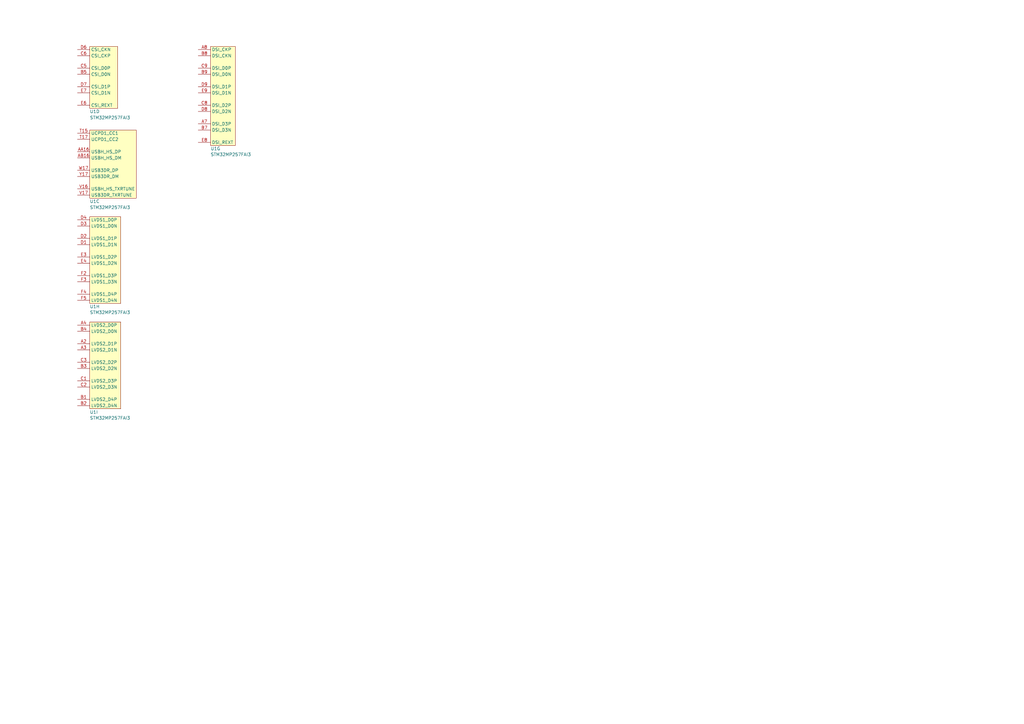
<source format=kicad_sch>
(kicad_sch (version 20231120) (generator "eeschema") (generator_version "8.0")
  (paper "A3")
  (title_block (title "AYRTON Main Board") (date "2024-11-21") (rev "0.1") (company "Antikernel Labs") (comment 1 "Andrew D. Zonenberg"))
  (lib_symbols
    (symbol "st-azonenberg:STM32MP257FAI3"
      (property "Reference" "U" (at 0 -1.016 0))
      (property "Value" "STM32MP257FAI3" (at 0 -3.048 0))
      (symbol "STM32MP257FAI3_1_1"
        (pin input line (at -5.08 16.51 0) (length 5.08) (name "OSC32_IN") (number "R1"))
        (pin output line (at -5.08 13.97 0) (length 5.08) (name "OSC32_OUT") (number "R2"))
        (pin no_connect line (at -5.08 1.27 0) (length 5.08) (name "DNU") (number "U16"))
        (pin output line (at -5.08 6.35 0) (length 5.08) (name "OSC_OUT") (number "V2"))
        (pin input line (at -5.08 8.89 0) (length 5.08) (name "OSC_IN") (number "V3"))
        (pin input line (at -5.08 24.13 0) (length 5.08) (name "ANA0") (number "V5"))
        (pin input line (at -5.08 21.59 0) (length 5.08) (name "ANA1") (number "V6"))
        (pin power_in line (at -5.08 29.21 0) (length 5.08) (name "VREF-") (number "W5"))
        (pin power_in line (at -5.08 31.75 0) (length 5.08) (name "VREF+") (number "Y5"))
      )
      (symbol "STM32MP257FAI3_2_1"
        (pin input line (at -5.08 8.89 0) (length 5.08) (name "JTCK") (number "AA1"))
        (pin input line (at -5.08 11.43 0) (length 5.08) (name "NJTRST") (number "AA2"))
        (pin input line (at -5.08 6.35 0) (length 5.08) (name "JTDI") (number "AB2"))
        (pin input line (at -5.08 21.59 0) (length 5.08) (name "BOOT1") (number "R3"))
        (pin input line (at -5.08 24.13 0) (length 5.08) (name "BOOT0") (number "R4"))
        (pin input line (at -5.08 16.51 0) (length 5.08) (name "BOOT3") (number "T1"))
        (pin input line (at -5.08 19.05 0) (length 5.08) (name "BOOT2") (number "T2"))
        (pin output line (at 30.48 31.75 180) (length 5.08) (name "NRSTC1MS") (number "T3"))
        (pin output line (at 30.48 21.59 180) (length 5.08) (name "PWR_ON") (number "T5"))
        (pin output line (at 30.48 26.67 180) (length 5.08) (name "PWR_CPU_ON") (number "T6"))
        (pin input line (at -5.08 29.21 0) (length 5.08) (name "PDR_ON") (number "T7"))
        (pin bidirectional line (at -5.08 31.75 0) (length 5.08) (name "NRST") (number "U3"))
        (pin output line (at 30.48 24.13 180) (length 5.08) (name "PWR_LP") (number "U4"))
        (pin output line (at -5.08 3.81 0) (length 5.08) (name "JTDO") (number "W1"))
        (pin input line (at -5.08 1.27 0) (length 5.08) (name "JTMS") (number "Y1"))
      )
      (symbol "STM32MP257FAI3_3_1"
        (pin bidirectional line (at -5.08 19.05 0) (length 5.08) (name "USBH_HS_DP") (number "AA16"))
        (pin bidirectional line (at -5.08 16.51 0) (length 5.08) (name "USBH_HS_DM") (number "AB16"))
        (pin bidirectional line (at -5.08 26.67 0) (length 5.08) (name "UCPD1_CC1") (number "T15"))
        (pin bidirectional line (at -5.08 24.13 0) (length 5.08) (name "UCPD1_CC2") (number "T17"))
        (pin input line (at -5.08 3.81 0) (length 5.08) (name "USBH_HS_TXRTUNE") (number "V16"))
        (pin input line (at -5.08 1.27 0) (length 5.08) (name "USB3DR_TXRTUNE") (number "V17"))
        (pin bidirectional line (at -5.08 11.43 0) (length 5.08) (name "USB3DR_DP") (number "W17"))
        (pin bidirectional line (at -5.08 8.89 0) (length 5.08) (name "USB3DR_DM") (number "Y17"))
      )
      (symbol "STM32MP257FAI3_4_1"
        (pin input line (at -5.08 13.97 0) (length 5.08) (name "CSI_D0N") (number "B5"))
        (pin input line (at -5.08 16.51 0) (length 5.08) (name "CSI_D0P") (number "C5"))
        (pin input line (at -5.08 21.59 0) (length 5.08) (name "CSI_CKP") (number "C6"))
        (pin input line (at -5.08 24.13 0) (length 5.08) (name "CSI_CKN") (number "D6"))
        (pin input line (at -5.08 8.89 0) (length 5.08) (name "CSI_D1P") (number "D7"))
        (pin input line (at -5.08 1.27 0) (length 5.08) (name "CSI_REXT") (number "E6"))
        (pin input line (at -5.08 6.35 0) (length 5.08) (name "CSI_D1N") (number "E7"))
      )
      (symbol "STM32MP257FAI3_5_1"
        (pin output line (at -5.08 26.67 0) (length 5.08) (name "DDR_A20") (number "G18"))
        (pin output line (at -5.08 21.59 0) (length 5.08) (name "DDR_A22") (number "H17"))
        (pin output line (at -5.08 34.29 0) (length 5.08) (name "DDR_A17") (number "H18"))
        (pin output line (at -5.08 31.75 0) (length 5.08) (name "DDR_A18") (number "H19"))
        (pin output line (at -5.08 19.05 0) (length 5.08) (name "DDR_A23") (number "J17"))
        (pin output line (at -5.08 36.83 0) (length 5.08) (name "DDR_A16") (number "J18"))
        (pin output line (at -5.08 24.13 0) (length 5.08) (name "DDR_A21") (number "J19"))
        (pin output line (at -5.08 29.21 0) (length 5.08) (name "DDR_A19") (number "K17"))
        (pin output line (at -5.08 44.45 0) (length 5.08) (name "DDR_A13") (number "K18"))
        (pin output line (at -5.08 46.99 0) (length 5.08) (name "DDR_A12") (number "K19"))
        (pin output line (at -5.08 39.37 0) (length 5.08) (name "DDR_A15") (number "L17"))
        (pin output line (at -5.08 41.91 0) (length 5.08) (name "DDR_A14") (number "L18"))
        (pin output line (at -5.08 77.47 0) (length 5.08) (name "DDR_A0") (number "M16"))
        (pin output line (at -5.08 69.85 0) (length 5.08) (name "DDR_A3") (number "M17"))
        (pin output line (at -5.08 8.89 0) (length 5.08) (name "DDR_A28") (number "M18"))
        (pin output line (at -5.08 64.77 0) (length 5.08) (name "DDR_A5") (number "M19"))
        (pin output line (at -5.08 72.39 0) (length 5.08) (name "DDR_A2") (number "N16"))
        (pin output line (at -5.08 49.53 0) (length 5.08) (name "DDR_A11") (number "N17"))
        (pin output line (at -5.08 52.07 0) (length 5.08) (name "DDR_A10") (number "N18"))
        (pin output line (at -5.08 67.31 0) (length 5.08) (name "DDR_A4") (number "N19"))
        (pin output line (at -5.08 1.27 0) (length 5.08) (name "DDR_A31") (number "P16"))
        (pin output line (at -5.08 3.81 0) (length 5.08) (name "DDR_A30") (number "P17"))
        (pin output line (at -5.08 54.61 0) (length 5.08) (name "DDR_A9") (number "P18"))
        (pin output line (at -5.08 57.15 0) (length 5.08) (name "DDR_A8") (number "P19"))
        (pin output line (at -5.08 16.51 0) (length 5.08) (name "DDR_A25") (number "R17"))
        (pin output line (at -5.08 11.43 0) (length 5.08) (name "DDR_A27") (number "R18"))
        (pin output line (at -5.08 13.97 0) (length 5.08) (name "DDR_A26") (number "R19"))
        (pin output line (at -5.08 62.23 0) (length 5.08) (name "DDR_A6") (number "T18"))
        (pin output line (at -5.08 6.35 0) (length 5.08) (name "DDR_A29") (number "T19"))
        (pin output line (at -5.08 74.93 0) (length 5.08) (name "DDR_A1") (number "U18"))
        (pin output line (at -5.08 59.69 0) (length 5.08) (name "DDR_A7") (number "U19"))
      )
      (symbol "STM32MP257FAI3_6_1"
        (pin bidirectional line (at 34.29 72.39 180) (length 5.08) (name "DDR_DQ3") (number "AA22"))
        (pin bidirectional line (at 34.29 31.75 180) (length 5.08) (name "DDR_DQ19") (number "B22"))
        (pin bidirectional line (at 34.29 34.29 180) (length 5.08) (name "DDR_DQ18") (number "C21"))
        (pin bidirectional line (at 34.29 36.83 180) (length 5.08) (name "DDR_DQ17") (number "C22"))
        (pin bidirectional line (at 34.29 39.37 180) (length 5.08) (name "DDR_DQ16") (number "D20"))
        (pin bidirectional line (at -5.08 52.07 0) (length 5.08) (name "DDR_DQS2_P") (number "D21"))
        (pin bidirectional line (at -5.08 49.53 0) (length 5.08) (name "DDR_DQS2_N") (number "D22"))
        (pin bidirectional line (at 34.29 24.13 180) (length 5.08) (name "DDR_DQ22") (number "E19"))
        (pin bidirectional line (at 34.29 21.59 180) (length 5.08) (name "DDR_DQ23") (number "E20"))
        (pin output line (at -5.08 74.93 0) (length 5.08) (name "DDR_DQM2") (number "E21"))
        (pin output line (at -5.08 29.21 0) (length 5.08) (name "DDR_RESETN") (number "F18"))
        (pin bidirectional line (at 34.29 26.67 180) (length 5.08) (name "DDR_DQ21") (number "F19"))
        (pin bidirectional line (at 34.29 29.21 180) (length 5.08) (name "DDR_DQ20") (number "F20"))
        (pin bidirectional line (at 34.29 19.05 180) (length 5.08) (name "DDR_DQ24") (number "G19"))
        (pin bidirectional line (at 34.29 11.43 180) (length 5.08) (name "DDR_DQ27") (number "G20"))
        (pin bidirectional line (at 34.29 13.97 180) (length 5.08) (name "DDR_DQ26") (number "G21"))
        (pin bidirectional line (at 34.29 16.51 180) (length 5.08) (name "DDR_DQ25") (number "G22"))
        (pin output line (at -5.08 72.39 0) (length 5.08) (name "DDR_DQM3") (number "H20"))
        (pin bidirectional line (at -5.08 41.91 0) (length 5.08) (name "DDR_DQS3_N") (number "H21"))
        (pin bidirectional line (at -5.08 44.45 0) (length 5.08) (name "DDR_DQS3_P") (number "H22"))
        (pin bidirectional line (at 34.29 6.35 180) (length 5.08) (name "DDR_DQ29") (number "J20"))
        (pin bidirectional line (at 34.29 8.89 180) (length 5.08) (name "DDQ_DQ28") (number "J21"))
        (pin input line (at -5.08 34.29 0) (length 5.08) (name "DDR_ZQ") (number "K16"))
        (pin bidirectional line (at 34.29 3.81 180) (length 5.08) (name "DDR_DQ30") (number "K20"))
        (pin bidirectional line (at 34.29 1.27 180) (length 5.08) (name "DDR_DQ31") (number "L19"))
        (pin input line (at -5.08 36.83 0) (length 5.08) (name "DDR_VREF") (number "L20"))
        (pin bidirectional line (at 34.29 54.61 180) (length 5.08) (name "DDR_DQ10") (number "L21"))
        (pin bidirectional line (at 34.29 52.07 180) (length 5.08) (name "DDR_DQ11") (number "L22"))
        (pin bidirectional line (at 34.29 59.69 180) (length 5.08) (name "DDR_DQ8") (number "M21"))
        (pin bidirectional line (at 34.29 57.15 180) (length 5.08) (name "DDR_DQ9") (number "M22"))
        (pin bidirectional line (at -5.08 59.69 0) (length 5.08) (name "DDR_DQS1_P") (number "N20"))
        (pin bidirectional line (at -5.08 57.15 0) (length 5.08) (name "DDR_DQS1_N") (number "N21"))
        (pin output line (at -5.08 77.47 0) (length 5.08) (name "DDR_DQM1") (number "P20"))
        (pin bidirectional line (at 34.29 46.99 180) (length 5.08) (name "DDR_DQ13") (number "R20"))
        (pin bidirectional line (at 34.29 44.45 180) (length 5.08) (name "DDR_DQ14") (number "R21"))
        (pin bidirectional line (at 34.29 41.91 180) (length 5.08) (name "DDR_DQ15") (number "R22"))
        (pin bidirectional line (at 34.29 67.31 180) (length 5.08) (name "DDR_DQ5") (number "T20"))
        (pin bidirectional line (at 34.29 69.85 180) (length 5.08) (name "DDR_DQ4") (number "T21"))
        (pin bidirectional line (at 34.29 49.53 180) (length 5.08) (name "DDR_DQ12") (number "T22"))
        (pin bidirectional line (at 34.29 62.23 180) (length 5.08) (name "DDR_DQ7") (number "U20"))
        (pin bidirectional line (at 34.29 64.77 180) (length 5.08) (name "DDR_DQ6") (number "U21"))
        (pin bidirectional line (at -5.08 67.31 0) (length 5.08) (name "DDR_DQS0_P") (number "V20"))
        (pin bidirectional line (at -5.08 64.77 0) (length 5.08) (name "DDR_DQS0_N") (number "W20"))
        (pin output line (at -5.08 80.01 0) (length 5.08) (name "DDR_DQM0") (number "W21"))
        (pin bidirectional line (at 34.29 80.01 180) (length 5.08) (name "DDR_DQ0") (number "W22"))
        (pin bidirectional line (at 34.29 77.47 180) (length 5.08) (name "DDR_DQ1") (number "Y21"))
        (pin bidirectional line (at 34.29 74.93 180) (length 5.08) (name "DDR_DQ2") (number "Y22"))
      )
      (symbol "STM32MP257FAI3_7_1"
        (pin output line (at -5.08 8.89 0) (length 5.08) (name "DSI_D3P") (number "A7"))
        (pin output line (at -5.08 39.37 0) (length 5.08) (name "DSI_CKP") (number "A8"))
        (pin output line (at -5.08 6.35 0) (length 5.08) (name "DSI_D3N") (number "B7"))
        (pin output line (at -5.08 36.83 0) (length 5.08) (name "DSI_CKN") (number "B8"))
        (pin output line (at -5.08 29.21 0) (length 5.08) (name "DSI_D0N") (number "B9"))
        (pin output line (at -5.08 16.51 0) (length 5.08) (name "DSI_D2P") (number "C8"))
        (pin output line (at -5.08 31.75 0) (length 5.08) (name "DSI_D0P") (number "C9"))
        (pin output line (at -5.08 13.97 0) (length 5.08) (name "DSI_D2N") (number "D8"))
        (pin output line (at -5.08 24.13 0) (length 5.08) (name "DSI_D1P") (number "D9"))
        (pin input line (at -5.08 1.27 0) (length 5.08) (name "DSI_REXT") (number "E8"))
        (pin output line (at -5.08 21.59 0) (length 5.08) (name "DSI_D1N") (number "E9"))
      )
      (symbol "STM32MP257FAI3_8_1"
        (pin output line (at -5.08 24.13 0) (length 5.08) (name "LVDS1_D1N") (number "D1"))
        (pin output line (at -5.08 26.67 0) (length 5.08) (name "LVDS1_D1P") (number "D2"))
        (pin output line (at -5.08 31.75 0) (length 5.08) (name "LVDS1_D0N") (number "D3"))
        (pin output line (at -5.08 34.29 0) (length 5.08) (name "LVDS1_D0P") (number "D4"))
        (pin output line (at -5.08 19.05 0) (length 5.08) (name "LVDS1_D2P") (number "E3"))
        (pin output line (at -5.08 16.51 0) (length 5.08) (name "LVDS1_D2N") (number "E4"))
        (pin output line (at -5.08 11.43 0) (length 5.08) (name "LVDS1_D3P") (number "F2"))
        (pin output line (at -5.08 8.89 0) (length 5.08) (name "LVDS1_D3N") (number "F3"))
        (pin output line (at -5.08 3.81 0) (length 5.08) (name "LVDS1_D4P") (number "F4"))
        (pin output line (at -5.08 1.27 0) (length 5.08) (name "LVDS1_D4N") (number "F5"))
      )
      (symbol "STM32MP257FAI3_9_1"
        (pin output line (at -5.08 26.67 0) (length 5.08) (name "LVDS2_D1P") (number "A2"))
        (pin output line (at -5.08 24.13 0) (length 5.08) (name "LVDS2_D1N") (number "A3"))
        (pin output line (at -5.08 34.29 0) (length 5.08) (name "LVDS2_D0P") (number "A4"))
        (pin output line (at -5.08 3.81 0) (length 5.08) (name "LVDS2_D4P") (number "B1"))
        (pin output line (at -5.08 1.27 0) (length 5.08) (name "LVDS2_D4N") (number "B2"))
        (pin output line (at -5.08 16.51 0) (length 5.08) (name "LVDS2_D2N") (number "B3"))
        (pin output line (at -5.08 31.75 0) (length 5.08) (name "LVDS2_D0N") (number "B4"))
        (pin output line (at -5.08 11.43 0) (length 5.08) (name "LVDS2_D3P") (number "C1"))
        (pin output line (at -5.08 8.89 0) (length 5.08) (name "LVDS2_D3N") (number "C2"))
        (pin output line (at -5.08 19.05 0) (length 5.08) (name "LVDS2_D2P") (number "C3"))
      )
      (symbol "STM32MP257FAI3_10_1"
        (pin input line (at -5.08 29.21 0) (length 5.08) (name "PCIE_CLKINN") (number "AA18"))
        (pin output line (at -5.08 3.81 0) (length 5.08) (name "COMBOPHY_TX1P") (number "AA19"))
        (pin input line (at -5.08 11.43 0) (length 5.08) (name "COMBOPHY_RX1P") (number "AA20"))
        (pin output line (at -5.08 24.13 0) (length 5.08) (name "PCIE_CLKOUTP") (number "AA21"))
        (pin output line (at -5.08 1.27 0) (length 5.08) (name "COMBOPHY_TX1N") (number "AB19"))
        (pin input line (at -5.08 8.89 0) (length 5.08) (name "COMBOPHY_RX1N") (number "AB20"))
        (pin output line (at -5.08 21.59 0) (length 5.08) (name "PCIE_CLKOUTN") (number "AB21"))
        (pin input line (at -5.08 31.75 0) (length 5.08) (name "PCIE_CLKINP") (number "Y18"))
        (pin passive line (at -5.08 16.51 0) (length 5.08) (name "COMBOPHY_REXT") (number "Y20"))
      )
      (symbol "STM32MP257FAI3_11_1"
        (pin bidirectional line (at -5.08 1.27 0) (length 5.08) (name "PA15") (number "T10") (alternate "ETH1_RGMII_TXD0" bidirectional line))
        (pin bidirectional line (at -5.08 16.51 0) (length 5.08) (name "PA9") (number "T12") (alternate "ETH1_MDC" bidirectional line))
        (pin bidirectional line (at -5.08 31.75 0) (length 5.08) (name "PA3") (number "T14"))
        (pin bidirectional line (at -5.08 3.81 0) (length 5.08) (name "PA14") (number "U10") (alternate "ETH1_RGMII_RX_CLK" bidirectional line))
        (pin bidirectional line (at -5.08 8.89 0) (length 5.08) (name "PA12") (number "U12") (alternate "ETH1_PHY_INTN" bidirectional line))
        (pin bidirectional line (at -5.08 13.97 0) (length 5.08) (name "PA10") (number "U13") (alternate "ETH1_MDIO" bidirectional line))
        (pin bidirectional line (at -5.08 24.13 0) (length 5.08) (name "PA6") (number "V14") (alternate "FMC_NE1" bidirectional line))
        (pin bidirectional line (at -5.08 36.83 0) (length 5.08) (name "PA1") (number "V15"))
        (pin bidirectional line (at -5.08 11.43 0) (length 5.08) (name "PA11") (number "W12") (alternate "ETH1_RGMII_RX_CTL" bidirectional line))
        (pin bidirectional line (at -5.08 34.29 0) (length 5.08) (name "PA2") (number "W13"))
        (pin bidirectional line (at -5.08 19.05 0) (length 5.08) (name "PA8") (number "W15"))
        (pin bidirectional line (at -5.08 6.35 0) (length 5.08) (name "PA13") (number "Y12"))
        (pin bidirectional line (at -5.08 26.67 0) (length 5.08) (name "PA5") (number "Y13"))
        (pin bidirectional line (at -5.08 21.59 0) (length 5.08) (name "PA7") (number "Y14"))
        (pin bidirectional line (at -5.08 29.21 0) (length 5.08) (name "PA4") (number "Y15"))
        (pin bidirectional line (at -5.08 39.37 0) (length 5.08) (name "PA0") (number "Y2") (alternate "FMC_NL" bidirectional line))
      )
      (symbol "STM32MP257FAI3_12_1"
        (text "VDDIO4" (at 21.59 25.654 900) (effects (font (size 1.27 1.27))))
        (pin bidirectional line (at -5.08 13.97 0) (length 5.08) (name "PB10") (number "A11") (alternate "FMC_AD15" bidirectional line))
        (pin bidirectional line (at -5.08 16.51 0) (length 5.08) (name "PB9") (number "A12") (alternate "FMC_AD13" bidirectional line))
        (pin bidirectional line (at -5.08 1.27 0) (length 5.08) (name "PB15") (number "AB4") (alternate "FMC_A18" bidirectional line))
        (pin bidirectional line (at -5.08 26.67 0) (length 5.08) (name "PB5") (number "B11") (alternate "FMC_AD8" bidirectional line))
        (pin bidirectional line (at -5.08 11.43 0) (length 5.08) (name "PB11") (number "B12") (alternate "FMC_AD14" bidirectional line))
        (pin bidirectional line (at -5.08 8.89 0) (length 5.08) (name "PB12") (number "B20") (alternate "FMC_NWAIT" bidirectional line))
        (pin bidirectional line (at -5.08 34.29 0) (length 5.08) (name "PB2") (number "C10"))
        (pin bidirectional line (at -5.08 39.37 0) (length 5.08) (name "PB0") (number "C11"))
        (pin bidirectional line (at -5.08 24.13 0) (length 5.08) (name "PB6") (number "C12") (alternate "FMC_AD9" bidirectional line))
        (pin bidirectional line (at -5.08 3.81 0) (length 5.08) (name "PB14") (number "C20") (alternate "FMC_AD2" bidirectional line) (alternate "FMC_AD7" bidirectional line))
        (pin bidirectional line (at -5.08 29.21 0) (length 5.08) (name "PB4") (number "D10"))
        (pin bidirectional line (at -5.08 36.83 0) (length 5.08) (name "PB1") (number "D11"))
        (pin bidirectional line (at -5.08 21.59 0) (length 5.08) (name "PB7") (number "D12") (alternate "FMC_AD10" bidirectional line))
        (pin bidirectional line (at -5.08 6.35 0) (length 5.08) (name "PB13") (number "D19") (alternate "FMC_AD0" bidirectional line) (alternate "FMC_AD5" bidirectional line))
        (pin bidirectional line (at -5.08 31.75 0) (length 5.08) (name "PB3") (number "E10"))
        (pin bidirectional line (at -5.08 19.05 0) (length 5.08) (name "PB8") (number "G11") (alternate "FMC_AD12" bidirectional line))
      )
      (symbol "STM32MP257FAI3_13_1"
        (pin bidirectional line (at -5.08 19.05 0) (length 5.08) (name "PC6") (number "AA10") (alternate "ETH1_PHY_INTN" bidirectional line) (alternate "FMC_A24" bidirectional line))
        (pin bidirectional line (at -5.08 34.29 0) (length 5.08) (name "PC0") (number "AA12") (alternate "ETH1_RGMII_GTX_CLK" bidirectional line))
        (pin bidirectional line (at -5.08 6.35 0) (length 5.08) (name "PC11") (number "AB7") (alternate "FMC_NBL1" bidirectional line))
        (pin bidirectional line (at -5.08 16.51 0) (length 5.08) (name "PC7") (number "AF9"))
        (pin bidirectional line (at -5.08 8.89 0) (length 5.08) (name "PC10") (number "AG10") (alternate "FMC_A23" bidirectional line))
        (pin bidirectional line (at -5.08 1.27 0) (length 5.08) (name "PC13") (number "P6"))
        (pin bidirectional line (at -5.08 11.43 0) (length 5.08) (name "PC9") (number "U8") (alternate "FMC_A22" bidirectional line))
        (pin bidirectional line (at -5.08 21.59 0) (length 5.08) (name "PC5") (number "U9") (alternate "FMC_A25" bidirectional line))
        (pin bidirectional line (at -5.08 31.75 0) (length 5.08) (name "PC1") (number "V11") (alternate "ETH1_RGMII_TXD1" bidirectional line))
        (pin bidirectional line (at -5.08 13.97 0) (length 5.08) (name "PC8") (number "V8"))
        (pin bidirectional line (at -5.08 24.13 0) (length 5.08) (name "PC4") (number "V9") (alternate "ETH1_RGMII_CLK125" bidirectional line) (alternate "ETH2_RGMII_TX_CTL" bidirectional line))
        (pin bidirectional line (at -5.08 26.67 0) (length 5.08) (name "PC3") (number "W9") (alternate "ETH2_RGMII_RX_CTL" bidirectional line))
        (pin bidirectional line (at -5.08 29.21 0) (length 5.08) (name "PC2") (number "Y11") (alternate "ETH1_RGMII_RXD1" bidirectional line))
        (pin bidirectional line (at -5.08 3.81 0) (length 5.08) (name "PC12") (number "Y7"))
      )
      (symbol "STM32MP257FAI3_14_1"
        (text "VDDIO3" (at 21.59 25.654 900) (effects (font (size 1.27 1.27))))
        (pin bidirectional line (at -5.08 24.13 0) (length 5.08) (name "PD6") (number "A15") (alternate "OCTOSPIM_P1_IO2" bidirectional line) (alternate "TRACED2" bidirectional line))
        (pin bidirectional line (at -5.08 8.89 0) (length 5.08) (name "PD12") (number "A21") (alternate "FMC_AD1" bidirectional line) (alternate "FMC_AD6" bidirectional line))
        (pin bidirectional line (at -5.08 16.51 0) (length 5.08) (name "PD9") (number "B13") (alternate "OCTOSPIM_P1_IO5" bidirectional line))
        (pin bidirectional line (at -5.08 26.67 0) (length 5.08) (name "PD5") (number "B15") (alternate "OCTOSPIM_P1_IO1" bidirectional line) (alternate "TRACED1" bidirectional line))
        (pin bidirectional line (at -5.08 6.35 0) (length 5.08) (name "PD13") (number "B21") (alternate "FMC_AD11" bidirectional line) (alternate "FMC_NWE" bidirectional line))
        (pin bidirectional line (at -5.08 19.05 0) (length 5.08) (name "PD8") (number "C13") (alternate "OCTOSPIM_P1_IO4" bidirectional line))
        (pin bidirectional line (at -5.08 29.21 0) (length 5.08) (name "PD4") (number "C14") (alternate "OCTOSPIM_P1_IO0" bidirectional line) (alternate "TRACED0" bidirectional line))
        (pin bidirectional line (at -5.08 31.75 0) (length 5.08) (name "PD3") (number "C15") (alternate "OCTOSPIM_P1_NCS1" bidirectional line))
        (pin bidirectional line (at -5.08 13.97 0) (length 5.08) (name "PD10") (number "D13") (alternate "OCTOSPIM_P1_IO6" bidirectional line))
        (pin bidirectional line (at -5.08 39.37 0) (length 5.08) (name "PD0") (number "D14") (alternate "OCTOSPIM_P1_CLK" bidirectional line) (alternate "TRACECLK" bidirectional line))
        (pin bidirectional line (at -5.08 21.59 0) (length 5.08) (name "PD7") (number "D15") (alternate "OCTOSPIM_P1_IO3" bidirectional line) (alternate "TRACED3" bidirectional line))
        (pin bidirectional line (at -5.08 11.43 0) (length 5.08) (name "PD11") (number "E13") (alternate "OCTOSPIM_P1_IO7" bidirectional line))
        (pin bidirectional line (at -5.08 34.29 0) (length 5.08) (name "PD2") (number "E14") (alternate "OCTOSPIM_P1_DQS" bidirectional line))
        (pin bidirectional line (at -5.08 36.83 0) (length 5.08) (name "PD1") (number "E15") (alternate "OCTOSPIM_P1_NCLK" bidirectional line))
        (pin bidirectional line (at -5.08 1.27 0) (length 5.08) (name "PD15") (number "F16") (alternate "FMC_AD3" bidirectional line))
        (pin bidirectional line (at -5.08 3.81 0) (length 5.08) (name "PD14") (number "G15") (alternate "FMC_AD4" bidirectional line))
      )
      (symbol "STM32MP257FAI3_15_1"
        (text "VDDIO1" (at 21.844 33.02 900) (effects (font (size 1.27 1.27))))
        (text "VDDIO2" (at 21.844 12.7 900) (effects (font (size 1.27 1.27))))
        (pin bidirectional line (at -5.08 39.37 0) (length 5.08) (name "PE0") (number "A16") (alternate "TRACED2" bidirectional line))
        (pin bidirectional line (at -5.08 13.97 0) (length 5.08) (name "PE10") (number "A19") (alternate "FMC_NE3" bidirectional line))
        (pin bidirectional line (at -5.08 3.81 0) (length 5.08) (name "PE14") (number "A20") (alternate "FMC_NWE" bidirectional line))
        (pin bidirectional line (at -5.08 36.83 0) (length 5.08) (name "PE1") (number "B16") (alternate "TRACED3" bidirectional line))
        (pin bidirectional line (at -5.08 29.21 0) (length 5.08) (name "PE4") (number "B17") (alternate "TRACED0" bidirectional line))
        (pin bidirectional line (at -5.08 6.35 0) (length 5.08) (name "PE13") (number "B19"))
        (pin bidirectional line (at -5.08 34.29 0) (length 5.08) (name "PE2") (number "C16"))
        (pin bidirectional line (at -5.08 26.67 0) (length 5.08) (name "PE5") (number "C17") (alternate "TRACED1" bidirectional line))
        (pin bidirectional line (at -5.08 19.05 0) (length 5.08) (name "PE8") (number "C18") (alternate "FMC_A17" bidirectional line))
        (pin bidirectional line (at -5.08 8.89 0) (length 5.08) (name "PE12") (number "C19") (alternate "FMC_NE2" bidirectional line))
        (pin bidirectional line (at -5.08 31.75 0) (length 5.08) (name "PE3") (number "D16") (alternate "TRACECLK" bidirectional line))
        (pin bidirectional line (at -5.08 21.59 0) (length 5.08) (name "PE7") (number "D17") (alternate "FMC_AD2" bidirectional line))
        (pin bidirectional line (at -5.08 16.51 0) (length 5.08) (name "PE9") (number "D18") (alternate "FMC_AD0" bidirectional line))
        (pin bidirectional line (at -5.08 24.13 0) (length 5.08) (name "PE6") (number "E16") (alternate "FMC_AD1" bidirectional line))
        (pin bidirectional line (at -5.08 11.43 0) (length 5.08) (name "PE11") (number "E17") (alternate "FMC_A16" bidirectional line))
        (pin bidirectional line (at -5.08 1.27 0) (length 5.08) (name "PE15") (number "F17") (alternate "FMC_NOE" bidirectional line))
      )
      (symbol "STM32MP257FAI3_16_1"
        (pin bidirectional line (at -5.08 16.51 0) (length 5.08) (name "PF9") (number "AA7"))
        (pin bidirectional line (at -5.08 19.05 0) (length 5.08) (name "PF8") (number "AA8"))
        (pin bidirectional line (at -5.08 24.13 0) (length 5.08) (name "PF6") (number "AB8"))
        (pin bidirectional line (at -5.08 13.97 0) (length 5.08) (name "PF10") (number "AE5"))
        (pin bidirectional line (at -5.08 3.81 0) (length 5.08) (name "PF14") (number "H1") (alternate "TRACED1" bidirectional line))
        (pin bidirectional line (at -5.08 8.89 0) (length 5.08) (name "PF12") (number "K3") (alternate "TRACECLK" bidirectional line))
        (pin bidirectional line (at -5.08 6.35 0) (length 5.08) (name "PF13") (number "L4") (alternate "TRACED0" bidirectional line))
        (pin bidirectional line (at -5.08 1.27 0) (length 5.08) (name "PF15") (number "L7") (alternate "TRACED2" bidirectional line))
        (pin bidirectional line (at -5.08 21.59 0) (length 5.08) (name "PF7") (number "T9"))
        (pin bidirectional line (at -5.08 34.29 0) (length 5.08) (name "PF2") (number "V10") (alternate "ETH1_MDIO" bidirectional line) (alternate "FMC_NE4" bidirectional line))
        (pin bidirectional line (at -5.08 39.37 0) (length 5.08) (name "PF0") (number "V12") (alternate "ETH1_MDC" bidirectional line))
        (pin bidirectional line (at -5.08 31.75 0) (length 5.08) (name "PF3") (number "W10") (alternate "FMC_A20" bidirectional line))
        (pin bidirectional line (at -5.08 36.83 0) (length 5.08) (name "PF1") (number "W11") (alternate "ETH1_RGMII_RXD0" bidirectional line))
        (pin bidirectional line (at -5.08 29.21 0) (length 5.08) (name "PF4") (number "Y10") (alternate "ETH1_MDC" bidirectional line))
        (pin bidirectional line (at -5.08 11.43 0) (length 5.08) (name "PF11") (number "Y6"))
        (pin bidirectional line (at -5.08 26.67 0) (length 5.08) (name "PF5") (number "Y9") (alternate "ETH1_MDIO" bidirectional line) (alternate "ETH1_PHY_INTN" bidirectional line))
      )
      (symbol "STM32MP257FAI3_17_1"
        (pin bidirectional line (at -5.08 29.21 0) (length 5.08) (name "PG4") (number "AA4") (alternate "FMC_A21" bidirectional line))
        (pin bidirectional line (at -5.08 16.51 0) (length 5.08) (name "PG9") (number "G3"))
        (pin bidirectional line (at -5.08 3.81 0) (length 5.08) (name "PG14") (number "G4"))
        (pin bidirectional line (at -5.08 24.13 0) (length 5.08) (name "PG6") (number "H2"))
        (pin bidirectional line (at -5.08 13.97 0) (length 5.08) (name "PG10") (number "H3"))
        (pin bidirectional line (at -5.08 1.27 0) (length 5.08) (name "PG15") (number "H4"))
        (pin bidirectional line (at -5.08 8.89 0) (length 5.08) (name "PG12") (number "J3"))
        (pin bidirectional line (at -5.08 11.43 0) (length 5.08) (name "PG11") (number "J4"))
        (pin bidirectional line (at -5.08 21.59 0) (length 5.08) (name "PG7") (number "K4"))
        (pin bidirectional line (at -5.08 6.35 0) (length 5.08) (name "PG13") (number "K5"))
        (pin bidirectional line (at -5.08 26.67 0) (length 5.08) (name "PG5") (number "L1") (alternate "TRACED3" bidirectional line))
        (pin bidirectional line (at -5.08 19.05 0) (length 5.08) (name "PG8") (number "L5"))
        (pin bidirectional line (at -5.08 31.75 0) (length 5.08) (name "PG3") (number "W4") (alternate "FMC_A19" bidirectional line))
        (pin bidirectional line (at -5.08 36.83 0) (length 5.08) (name "PG1") (number "W6") (alternate "FMC_NBL0" bidirectional line))
        (pin bidirectional line (at -5.08 39.37 0) (length 5.08) (name "PG0") (number "W7"))
        (pin bidirectional line (at -5.08 34.29 0) (length 5.08) (name "PG2") (number "Y4") (alternate "FMC_CLK" bidirectional line))
      )
      (symbol "STM32MP257FAI3_18_1"
        (pin bidirectional line (at -5.08 3.81 0) (length 5.08) (name "PH12") (number "AA11") (alternate "ETH1_RGMII_RXD2" bidirectional line))
        (pin bidirectional line (at -5.08 19.05 0) (length 5.08) (name "PH6") (number "AA14"))
        (pin bidirectional line (at -5.08 21.59 0) (length 5.08) (name "PH5") (number "AA15"))
        (pin bidirectional line (at -5.08 1.27 0) (length 5.08) (name "PH13") (number "AB11") (alternate "ETH1_RGMII_RXD3" bidirectional line))
        (pin bidirectional line (at -5.08 11.43 0) (length 5.08) (name "PH9") (number "AB12") (alternate "ETH1_RGMII_CLK125" bidirectional line))
        (pin bidirectional line (at -5.08 24.13 0) (length 5.08) (name "PH4") (number "AB15"))
        (pin bidirectional line (at -5.08 6.35 0) (length 5.08) (name "PH11") (number "T11") (alternate "ETH1_RGMII_TXD3" bidirectional line))
        (pin bidirectional line (at -5.08 16.51 0) (length 5.08) (name "PH7") (number "T13"))
        (pin bidirectional line (at -5.08 8.89 0) (length 5.08) (name "PH10") (number "U11") (alternate "ETH1_RGMII_TXD2" bidirectional line))
        (pin bidirectional line (at -5.08 13.97 0) (length 5.08) (name "PH8") (number "U14"))
        (pin bidirectional line (at -5.08 29.21 0) (length 5.08) (name "PH2") (number "V13"))
        (pin bidirectional line (at -5.08 26.67 0) (length 5.08) (name "PH3") (number "W14"))
      )
      (symbol "STM32MP257FAI3_19_1"
        (pin bidirectional line (at -5.08 1.27 0) (length 5.08) (name "PI15") (number "E11"))
        (pin bidirectional line (at -5.08 11.43 0) (length 5.08) (name "PI11") (number "E18") (alternate "FMC_AD15" bidirectional line))
        (pin bidirectional line (at -5.08 8.89 0) (length 5.08) (name "PI12") (number "G1"))
        (pin bidirectional line (at -5.08 3.81 0) (length 5.08) (name "PI14") (number "G13") (alternate "FMC_AD10" bidirectional line) (alternate "FMC_NWAIT" bidirectional line))
        (pin bidirectional line (at -5.08 13.97 0) (length 5.08) (name "PI10") (number "G16") (alternate "FMC_AD12" bidirectional line))
        (pin bidirectional line (at -5.08 6.35 0) (length 5.08) (name "PI13") (number "G2"))
        (pin bidirectional line (at -5.08 39.37 0) (length 5.08) (name "PI0") (number "G5"))
        (pin bidirectional line (at -5.08 26.67 0) (length 5.08) (name "PI5") (number "H5"))
        (pin bidirectional line (at -5.08 36.83 0) (length 5.08) (name "PI1") (number "H6"))
        (pin bidirectional line (at -5.08 34.29 0) (length 5.08) (name "PI2") (number "J5"))
        (pin bidirectional line (at -5.08 31.75 0) (length 5.08) (name "PI3") (number "J6"))
        (pin bidirectional line (at -5.08 24.13 0) (length 5.08) (name "PI6") (number "J7"))
        (pin bidirectional line (at -5.08 29.21 0) (length 5.08) (name "PI4") (number "K6"))
        (pin bidirectional line (at -5.08 16.51 0) (length 5.08) (name "PI9") (number "K7") (alternate "FMC_NWAIT" bidirectional line))
        (pin bidirectional line (at -5.08 21.59 0) (length 5.08) (name "PI7") (number "L6"))
        (pin bidirectional line (at -5.08 19.05 0) (length 5.08) (name "PI8") (number "M6"))
      )
      (symbol "STM32MP257FAI3_20_1"
        (pin bidirectional line (at -5.08 31.75 0) (length 5.08) (name "PJ3") (number "AA3"))
        (pin bidirectional line (at -5.08 34.29 0) (length 5.08) (name "PJ2") (number "AB3"))
        (pin bidirectional line (at -5.08 1.27 0) (length 5.08) (name "PJ15") (number "K2"))
        (pin bidirectional line (at -5.08 8.89 0) (length 5.08) (name "PJ12") (number "L2"))
        (pin bidirectional line (at -5.08 3.81 0) (length 5.08) (name "PJ14") (number "L3"))
        (pin bidirectional line (at -5.08 16.51 0) (length 5.08) (name "PJ9") (number "M1"))
        (pin bidirectional line (at -5.08 19.05 0) (length 5.08) (name "PJ8") (number "M2"))
        (pin bidirectional line (at -5.08 13.97 0) (length 5.08) (name "PJ10") (number "M3"))
        (pin bidirectional line (at -5.08 6.35 0) (length 5.08) (name "PJ13") (number "M4"))
        (pin bidirectional line (at -5.08 11.43 0) (length 5.08) (name "PJ11") (number "M5"))
        (pin bidirectional line (at -5.08 39.37 0) (length 5.08) (name "PJ0") (number "U15"))
        (pin bidirectional line (at -5.08 24.13 0) (length 5.08) (name "PJ6") (number "U5"))
        (pin bidirectional line (at -5.08 26.67 0) (length 5.08) (name "PJ5") (number "V4"))
        (pin bidirectional line (at -5.08 21.59 0) (length 5.08) (name "PJ7") (number "W2"))
        (pin bidirectional line (at -5.08 29.21 0) (length 5.08) (name "PJ4") (number "W3"))
        (pin bidirectional line (at -5.08 36.83 0) (length 5.08) (name "PJ1") (number "Y3"))
      )
      (symbol "STM32MP257FAI3_21_1"
        (pin bidirectional line (at -5.08 16.51 0) (length 5.08) (name "PK1") (number "E12") (alternate "FMC_AD13" bidirectional line))
        (pin bidirectional line (at -5.08 8.89 0) (length 5.08) (name "PK4") (number "F11") (alternate "FMC_AD9" bidirectional line))
        (pin bidirectional line (at -5.08 19.05 0) (length 5.08) (name "PK0") (number "F12") (alternate "FMC_AD11" bidirectional line))
        (pin bidirectional line (at -5.08 13.97 0) (length 5.08) (name "PK2") (number "F13"))
        (pin bidirectional line (at -5.08 6.35 0) (length 5.08) (name "PK5") (number "F14") (alternate "FMC_AD5" bidirectional line))
        (pin bidirectional line (at -5.08 11.43 0) (length 5.08) (name "PK3") (number "F15") (alternate "FMC_AD8" bidirectional line))
        (pin bidirectional line (at -5.08 3.81 0) (length 5.08) (name "PK6") (number "G12") (alternate "FMC_AD14" bidirectional line) (alternate "FMC_AD7" bidirectional line))
        (pin bidirectional line (at -5.08 1.27 0) (length 5.08) (name "PK7") (number "G14") (alternate "FMC_AD6" bidirectional line))
      )
      (symbol "STM32MP257FAI3_22_1"
        (pin bidirectional line (at -5.08 1.27 0) (length 5.08) (name "PZ9") (number "N3"))
        (pin bidirectional line (at -5.08 16.51 0) (length 5.08) (name "PZ3") (number "N4"))
        (pin bidirectional line (at -5.08 24.13 0) (length 5.08) (name "PZ0") (number "N5"))
        (pin bidirectional line (at -5.08 21.59 0) (length 5.08) (name "PZ1") (number "N6"))
        (pin bidirectional line (at -5.08 6.35 0) (length 5.08) (name "PZ7") (number "P2"))
        (pin bidirectional line (at -5.08 3.81 0) (length 5.08) (name "PZ8") (number "P3"))
        (pin bidirectional line (at -5.08 19.05 0) (length 5.08) (name "PZ2") (number "P4"))
        (pin bidirectional line (at -5.08 11.43 0) (length 5.08) (name "PZ5") (number "P5"))
        (pin bidirectional line (at -5.08 13.97 0) (length 5.08) (name "PZ4") (number "R5"))
        (pin bidirectional line (at -5.08 8.89 0) (length 5.08) (name "PZ6") (number "R6"))
      )
      (symbol "STM32MP257FAI3_23_1"
        (pin power_in line (at -5.08 57.15 0) (length 5.08) (name "VDDA18LVDS") (number "C4"))
        (pin power_in line (at -5.08 59.69 0) (length 5.08) (name "VDDA18DSI") (number "C7"))
        (pin power_in line (at 35.56 24.13 180) (length 5.08) (name "VDDCSI") (number "D5"))
        (pin power_in line (at -5.08 16.51 0) (length 5.08) (name "VDDIO2") (number "F10"))
        (pin power_in line (at -5.08 64.77 0) (length 5.08) (name "VDDA18CSI") (number "F6"))
        (pin power_in line (at 35.56 21.59 180) (length 5.08) (name "VDDDSI") (number "F7"))
        (pin power_in line (at -5.08 13.97 0) (length 5.08) (name "VDDIO3") (number "F8"))
        (pin power_in line (at -5.08 11.43 0) (length 5.08) (name "VDDIO3") (number "F9"))
        (pin power_in line (at -5.08 19.05 0) (length 5.08) (name "VDDIO1") (number "G10"))
        (pin power_in line (at -5.08 54.61 0) (length 5.08) (name "VDDA18PLL1") (number "G17"))
        (pin power_in line (at 35.56 19.05 180) (length 5.08) (name "VDDLVDS") (number "G7"))
        (pin power_in line (at -5.08 8.89 0) (length 5.08) (name "VDDIO4") (number "G8"))
        (pin power_in line (at -5.08 6.35 0) (length 5.08) (name "VDDIO4") (number "G9"))
        (pin power_in line (at 35.56 64.77 180) (length 5.08) (name "VDDCPU") (number "H11"))
        (pin power_in line (at 35.56 62.23 180) (length 5.08) (name "VDDCPU") (number "H13"))
        (pin power_in line (at 35.56 59.69 180) (length 5.08) (name "VDDCPU") (number "H15"))
        (pin power_in line (at 35.56 85.09 180) (length 5.08) (name "VDDCORE") (number "H7"))
        (pin power_in line (at 35.56 82.55 180) (length 5.08) (name "VDDCORE") (number "H9"))
        (pin power_in line (at 35.56 77.47 180) (length 5.08) (name "VDDCORE") (number "J10"))
        (pin power_in line (at 35.56 57.15 180) (length 5.08) (name "VDDCPU") (number "J12"))
        (pin power_in line (at 35.56 54.61 180) (length 5.08) (name "VDDCPU") (number "J14"))
        (pin power_in line (at -5.08 62.23 0) (length 5.08) (name "VDDA18DDR") (number "J16"))
        (pin power_in line (at 35.56 80.01 180) (length 5.08) (name "VDDCORE") (number "J8"))
        (pin power_in line (at 35.56 72.39 180) (length 5.08) (name "VDDCORE") (number "K11"))
        (pin power_in line (at 35.56 52.07 180) (length 5.08) (name "VDDCPU") (number "K13"))
        (pin power_in line (at -5.08 39.37 0) (length 5.08) (name "VDDQDDR") (number "K15"))
        (pin power_in line (at -5.08 52.07 0) (length 5.08) (name "VDDA18PLL2") (number "K8"))
        (pin power_in line (at 35.56 74.93 180) (length 5.08) (name "VDDCORE") (number "K9"))
        (pin power_in line (at 35.56 69.85 180) (length 5.08) (name "VDDCORE") (number "L10"))
        (pin power_in line (at 35.56 49.53 180) (length 5.08) (name "VDDCPU") (number "L12"))
        (pin power_in line (at -5.08 36.83 0) (length 5.08) (name "VDDQDDR") (number "L16"))
        (pin power_in line (at -5.08 49.53 0) (length 5.08) (name "VDDA18PLL3") (number "L8"))
        (pin power_in line (at 35.56 44.45 180) (length 5.08) (name "VDDGPU") (number "M11"))
        (pin power_in line (at 35.56 41.91 180) (length 5.08) (name "VDDGPU") (number "M13"))
        (pin power_in line (at -5.08 34.29 0) (length 5.08) (name "VDDQDDR") (number "M15"))
        (pin power_in line (at -5.08 85.09 0) (length 5.08) (name "VDD") (number "M9"))
        (pin power_in line (at 35.56 39.37 180) (length 5.08) (name "VDDGPU") (number "N10"))
        (pin power_in line (at 35.56 36.83 180) (length 5.08) (name "VDDGPU") (number "N12"))
        (pin power_in line (at -5.08 31.75 0) (length 5.08) (name "VDDQDDR") (number "N14"))
        (pin power_in line (at -5.08 82.55 0) (length 5.08) (name "VDD") (number "N8"))
        (pin power_in line (at -5.08 77.47 0) (length 5.08) (name "VDD") (number "P11"))
        (pin power_in line (at 35.56 34.29 180) (length 5.08) (name "VDDGPU") (number "P13"))
        (pin power_in line (at -5.08 29.21 0) (length 5.08) (name "VDDQDDR") (number "P15"))
        (pin power_in line (at -5.08 1.27 0) (length 5.08) (name "VBAT") (number "P7"))
        (pin power_in line (at -5.08 80.01 0) (length 5.08) (name "VDD") (number "P9"))
        (pin power_in line (at -5.08 72.39 0) (length 5.08) (name "VDD") (number "R10"))
        (pin power_in line (at 35.56 31.75 180) (length 5.08) (name "VDDGPU") (number "R12"))
        (pin power_in line (at -5.08 26.67 0) (length 5.08) (name "VDDQDDR") (number "R14"))
        (pin power_in line (at -5.08 24.13 0) (length 5.08) (name "VDDQDDR") (number "R16"))
        (pin power_in line (at 35.56 8.89 180) (length 5.08) (name "VDDA18AON") (number "R7"))
        (pin power_in line (at -5.08 74.93 0) (length 5.08) (name "VDD") (number "R8"))
        (pin power_in line (at 35.56 26.67 180) (length 5.08) (name "VDD33UCPD") (number "T16"))
        (pin power_in line (at -5.08 44.45 0) (length 5.08) (name "VDDA18USB") (number "U17"))
        (pin power_in line (at 35.56 16.51 180) (length 5.08) (name "VDDPCIECLK") (number "V18"))
        (pin power_in line (at 35.56 13.97 180) (length 5.08) (name "VDDCOMBOPHY") (number "V19"))
        (pin power_in line (at -5.08 67.31 0) (length 5.08) (name "VDDA18ADC") (number "V7"))
        (pin power_in line (at -5.08 46.99 0) (length 5.08) (name "VDDA18COMBOPHY") (number "W18"))
        (pin power_in line (at 35.56 6.35 180) (length 5.08) (name "VDD33USB") (number "Y16"))
        (pin power_in line (at 35.56 11.43 180) (length 5.08) (name "VDDCOMBOPHYTX") (number "Y19"))
      )
      (symbol "STM32MP257FAI3_24_1"
        (pin power_in line (at -5.08 49.53 0) (length 5.08) (name "VSS") (number "A1"))
        (pin power_in line (at -5.08 46.99 0) (length 5.08) (name "VSS") (number "A22"))
        (pin power_in line (at -5.08 54.61 0) (length 5.08) (name "VSS") (number "AB1"))
        (pin power_in line (at -5.08 52.07 0) (length 5.08) (name "VSS") (number "AB22"))
        (pin power_in line (at -5.08 44.45 0) (length 5.08) (name "VSS") (number "E5"))
        (pin power_in line (at -5.08 41.91 0) (length 5.08) (name "VSS") (number "G6"))
        (pin power_in line (at -5.08 36.83 0) (length 5.08) (name "VSS") (number "H10"))
        (pin power_in line (at -5.08 34.29 0) (length 5.08) (name "VSS") (number "H12"))
        (pin power_in line (at -5.08 31.75 0) (length 5.08) (name "VSS") (number "H14"))
        (pin power_in line (at -5.08 29.21 0) (length 5.08) (name "VSS") (number "H16"))
        (pin power_in line (at -5.08 39.37 0) (length 5.08) (name "VSS") (number "H8"))
        (pin power_in line (at -5.08 24.13 0) (length 5.08) (name "VSS") (number "J11"))
        (pin power_in line (at -5.08 21.59 0) (length 5.08) (name "VSS") (number "J13"))
        (pin power_in line (at -5.08 19.05 0) (length 5.08) (name "VSS") (number "J15"))
        (pin power_in line (at -5.08 26.67 0) (length 5.08) (name "VSS") (number "J9"))
        (pin power_in line (at -5.08 16.51 0) (length 5.08) (name "VSS") (number "K10"))
        (pin power_in line (at -5.08 13.97 0) (length 5.08) (name "VSS") (number "K12"))
        (pin power_in line (at -5.08 11.43 0) (length 5.08) (name "VSS") (number "K14"))
        (pin power_in line (at -5.08 6.35 0) (length 5.08) (name "VSS") (number "L11"))
        (pin power_in line (at -5.08 3.81 0) (length 5.08) (name "VSS") (number "L13"))
        (pin power_in line (at -5.08 1.27 0) (length 5.08) (name "VSS") (number "L15"))
        (pin power_in line (at -5.08 8.89 0) (length 5.08) (name "VSS") (number "L9"))
        (pin power_in line (at 17.78 54.61 180) (length 5.08) (name "VSS") (number "M10"))
        (pin power_in line (at 17.78 52.07 180) (length 5.08) (name "VSS") (number "M12"))
        (pin power_in line (at 17.78 49.53 180) (length 5.08) (name "VSS") (number "M14"))
        (pin power_in line (at 17.78 46.99 180) (length 5.08) (name "VSS") (number "M20"))
        (pin power_in line (at 17.78 39.37 180) (length 5.08) (name "VSS") (number "N11"))
        (pin power_in line (at 17.78 36.83 180) (length 5.08) (name "VSS") (number "N13"))
        (pin power_in line (at 17.78 34.29 180) (length 5.08) (name "VSS") (number "N15"))
        (pin power_in line (at 17.78 44.45 180) (length 5.08) (name "VSS") (number "N7"))
        (pin power_in line (at 17.78 41.91 180) (length 5.08) (name "VSS") (number "N9"))
        (pin power_in line (at 17.78 29.21 180) (length 5.08) (name "VSS") (number "P10"))
        (pin power_in line (at 17.78 26.67 180) (length 5.08) (name "VSS") (number "P12"))
        (pin power_in line (at 17.78 24.13 180) (length 5.08) (name "VSS") (number "P14"))
        (pin power_in line (at 17.78 31.75 180) (length 5.08) (name "VSS") (number "P8"))
        (pin power_in line (at 17.78 19.05 180) (length 5.08) (name "VSS") (number "R11"))
        (pin power_in line (at 17.78 16.51 180) (length 5.08) (name "VSS") (number "R13"))
        (pin power_in line (at 17.78 13.97 180) (length 5.08) (name "VSS") (number "R15"))
        (pin power_in line (at 17.78 21.59 180) (length 5.08) (name "VSS") (number "R9"))
        (pin power_in line (at 17.78 11.43 180) (length 5.08) (name "VSS") (number "T4"))
        (pin power_in line (at 17.78 8.89 180) (length 5.08) (name "VSS") (number "U6"))
        (pin power_in line (at 17.78 3.81 180) (length 5.08) (name "VSS") (number "W16"))
        (pin power_in line (at 17.78 1.27 180) (length 5.08) (name "VSS") (number "W19"))
        (pin power_in line (at 17.78 6.35 180) (length 5.08) (name "VSS") (number "W8"))
      )
    )
  )
  (symbol (lib_id "st-azonenberg:STM32MP257FAI3") (at 36.83 167.64 0) (unit 9)
    (property "Reference" "U1" (at 36.83 169.0257 0) (effects (justify left)))
    (property "Value" "STM32MP257FAI3" (at 36.83 171.45 0) (effects (justify left)))
    (pin "AA10" (alternate "FMC_A24"))
    (pin "K3" (alternate "TRACECLK"))
    (pin "W10" (alternate "FMC_A20"))
    (pin "C12" (alternate "FMC_AD9"))
    (pin "G11" (alternate "FMC_AD12"))
    (pin "U8" (alternate "FMC_A22"))
    (pin "H1" (alternate "TRACED1"))
    (pin "B12" (alternate "FMC_AD14"))
    (pin "C18" (alternate "FMC_A17"))
    (pin "D17" (alternate "FMC_AD2"))
    (pin "B21" (alternate "FMC_AD11"))
    (pin "B15" (alternate "OCTOSPIM_P1_IO1"))
    (pin "A21" (alternate "FMC_AD6"))
    (pin "B13" (alternate "OCTOSPIM_P1_IO5"))
    (pin "C15" (alternate "OCTOSPIM_P1_NCS1"))
    (pin "AG10" (alternate "FMC_A23"))
    (pin "B11" (alternate "FMC_AD8"))
    (pin "D14" (alternate "OCTOSPIM_P1_CLK"))
    (pin "A15" (alternate "OCTOSPIM_P1_IO2"))
    (pin "AB4" (alternate "FMC_A18"))
    (pin "B20" (alternate "FMC_NWAIT"))
    (pin "AA12" (alternate "ETH1_RGMII_GTX_CLK"))
    (pin "AB12" (alternate "ETH1_RGMII_CLK125"))
    (pin "W6" (alternate "FMC_NBL0"))
    (pin "A20" (alternate "FMC_NWE"))
    (pin "C14" (alternate "OCTOSPIM_P1_IO0"))
    (pin "A11" (alternate "FMC_AD15"))
    (pin "T11" (alternate "ETH1_RGMII_TXD3"))
    (pin "A12" (alternate "FMC_AD13"))
    (pin "AB7" (alternate "FMC_NBL1"))
    (pin "W11" (alternate "ETH1_RGMII_RXD0"))
    (pin "AA4" (alternate "FMC_A21"))
    (pin "A19" (alternate "FMC_NE3"))
    (pin "V14" (alternate "FMC_NE1"))
    (pin "C13" (alternate "OCTOSPIM_P1_IO4"))
    (pin "L1" (alternate "TRACED3"))
    (pin "E17" (alternate "FMC_A16"))
    (pin "V10" (alternate "FMC_NE4"))
    (pin "U11" (alternate "ETH1_RGMII_TXD2"))
    (pin "D12" (alternate "FMC_AD10"))
    (pin "Y2" (alternate "FMC_NL"))
    (pin "D13" (alternate "OCTOSPIM_P1_IO6"))
    (pin "G15" (alternate "FMC_AD4"))
    (pin "C19" (alternate "FMC_NE2"))
    (pin "F17" (alternate "FMC_NOE"))
    (pin "L4" (alternate "TRACED0"))
    (pin "W12" (alternate "ETH1_RGMII_RX_CTL"))
    (pin "F16" (alternate "FMC_AD3"))
    (pin "C20" (alternate "FMC_AD7"))
    (pin "Y4" (alternate "FMC_CLK"))
    (pin "AB11" (alternate "ETH1_RGMII_RXD3"))
    (pin "AA11" (alternate "ETH1_RGMII_RXD2"))
    (pin "D15" (alternate "OCTOSPIM_P1_IO3"))
    (pin "W4" (alternate "FMC_A19"))
    (pin "Y11" (alternate "ETH1_RGMII_RXD1"))
    (pin "D18" (alternate "FMC_AD0"))
    (pin "E15" (alternate "OCTOSPIM_P1_NCLK"))
    (pin "E16" (alternate "FMC_AD1"))
    (pin "E14" (alternate "OCTOSPIM_P1_DQS"))
    (pin "U9" (alternate "FMC_A25"))
    (pin "D19" (alternate "FMC_AD5"))
    (pin "V9" (alternate "ETH2_RGMII_TX_CTL"))
    (pin "L7" (alternate "TRACED2"))
    (pin "V11" (alternate "ETH1_RGMII_TXD1"))
    (pin "E13" (alternate "OCTOSPIM_P1_IO7"))
    (pin "U10" (alternate "ETH1_RGMII_RX_CLK"))
    (pin "U12" (alternate "ETH1_PHY_INTN"))
    (pin "W9" (alternate "ETH2_RGMII_RX_CTL"))
    (pin "U13" (alternate "ETH1_MDIO"))
    (pin "T10" (alternate "ETH1_RGMII_TXD0"))
    (pin "T12" (alternate "ETH1_MDC"))
  )
  (symbol (lib_id "st-azonenberg:STM32MP257FAI3") (at 86.36 59.69 0) (unit 7)
    (property "Reference" "U1" (at 86.36 60.96 0) (effects (justify left)))
    (property "Value" "STM32MP257FAI3" (at 86.36 63.3843 0) (effects (justify left)))
    (pin "AA10" (alternate "FMC_A24"))
    (pin "K3" (alternate "TRACECLK"))
    (pin "W10" (alternate "FMC_A20"))
    (pin "C12" (alternate "FMC_AD9"))
    (pin "G11" (alternate "FMC_AD12"))
    (pin "U8" (alternate "FMC_A22"))
    (pin "H1" (alternate "TRACED1"))
    (pin "B12" (alternate "FMC_AD14"))
    (pin "C18" (alternate "FMC_A17"))
    (pin "D17" (alternate "FMC_AD2"))
    (pin "B21" (alternate "FMC_AD11"))
    (pin "B15" (alternate "OCTOSPIM_P1_IO1"))
    (pin "A21" (alternate "FMC_AD6"))
    (pin "B13" (alternate "OCTOSPIM_P1_IO5"))
    (pin "C15" (alternate "OCTOSPIM_P1_NCS1"))
    (pin "AG10" (alternate "FMC_A23"))
    (pin "B11" (alternate "FMC_AD8"))
    (pin "D14" (alternate "OCTOSPIM_P1_CLK"))
    (pin "A15" (alternate "OCTOSPIM_P1_IO2"))
    (pin "AB4" (alternate "FMC_A18"))
    (pin "B20" (alternate "FMC_NWAIT"))
    (pin "AA12" (alternate "ETH1_RGMII_GTX_CLK"))
    (pin "AB12" (alternate "ETH1_RGMII_CLK125"))
    (pin "W6" (alternate "FMC_NBL0"))
    (pin "A20" (alternate "FMC_NWE"))
    (pin "C14" (alternate "OCTOSPIM_P1_IO0"))
    (pin "A11" (alternate "FMC_AD15"))
    (pin "T11" (alternate "ETH1_RGMII_TXD3"))
    (pin "A12" (alternate "FMC_AD13"))
    (pin "AB7" (alternate "FMC_NBL1"))
    (pin "W11" (alternate "ETH1_RGMII_RXD0"))
    (pin "AA4" (alternate "FMC_A21"))
    (pin "A19" (alternate "FMC_NE3"))
    (pin "V14" (alternate "FMC_NE1"))
    (pin "C13" (alternate "OCTOSPIM_P1_IO4"))
    (pin "L1" (alternate "TRACED3"))
    (pin "E17" (alternate "FMC_A16"))
    (pin "V10" (alternate "FMC_NE4"))
    (pin "U11" (alternate "ETH1_RGMII_TXD2"))
    (pin "D12" (alternate "FMC_AD10"))
    (pin "Y2" (alternate "FMC_NL"))
    (pin "D13" (alternate "OCTOSPIM_P1_IO6"))
    (pin "G15" (alternate "FMC_AD4"))
    (pin "C19" (alternate "FMC_NE2"))
    (pin "F17" (alternate "FMC_NOE"))
    (pin "L4" (alternate "TRACED0"))
    (pin "W12" (alternate "ETH1_RGMII_RX_CTL"))
    (pin "F16" (alternate "FMC_AD3"))
    (pin "C20" (alternate "FMC_AD7"))
    (pin "Y4" (alternate "FMC_CLK"))
    (pin "AB11" (alternate "ETH1_RGMII_RXD3"))
    (pin "AA11" (alternate "ETH1_RGMII_RXD2"))
    (pin "D15" (alternate "OCTOSPIM_P1_IO3"))
    (pin "W4" (alternate "FMC_A19"))
    (pin "Y11" (alternate "ETH1_RGMII_RXD1"))
    (pin "D18" (alternate "FMC_AD0"))
    (pin "E15" (alternate "OCTOSPIM_P1_NCLK"))
    (pin "E16" (alternate "FMC_AD1"))
    (pin "E14" (alternate "OCTOSPIM_P1_DQS"))
    (pin "U9" (alternate "FMC_A25"))
    (pin "D19" (alternate "FMC_AD5"))
    (pin "V9" (alternate "ETH2_RGMII_TX_CTL"))
    (pin "L7" (alternate "TRACED2"))
    (pin "V11" (alternate "ETH1_RGMII_TXD1"))
    (pin "E13" (alternate "OCTOSPIM_P1_IO7"))
    (pin "U10" (alternate "ETH1_RGMII_RX_CLK"))
    (pin "U12" (alternate "ETH1_PHY_INTN"))
    (pin "W9" (alternate "ETH2_RGMII_RX_CTL"))
    (pin "U13" (alternate "ETH1_MDIO"))
    (pin "T10" (alternate "ETH1_RGMII_TXD0"))
    (pin "T12" (alternate "ETH1_MDC"))
  )
  (symbol (lib_id "st-azonenberg:STM32MP257FAI3") (at 36.83 81.28 0) (unit 3)
    (property "Reference" "U1" (at 36.83 82.55 0) (effects (justify left)))
    (property "Value" "STM32MP257FAI3" (at 36.83 85.09 0) (effects (justify left)))
    (pin "AA10" (alternate "FMC_A24"))
    (pin "K3" (alternate "TRACECLK"))
    (pin "W10" (alternate "FMC_A20"))
    (pin "C12" (alternate "FMC_AD9"))
    (pin "G11" (alternate "FMC_AD12"))
    (pin "U8" (alternate "FMC_A22"))
    (pin "H1" (alternate "TRACED1"))
    (pin "B12" (alternate "FMC_AD14"))
    (pin "C18" (alternate "FMC_A17"))
    (pin "D17" (alternate "FMC_AD2"))
    (pin "B21" (alternate "FMC_AD11"))
    (pin "B15" (alternate "OCTOSPIM_P1_IO1"))
    (pin "A21" (alternate "FMC_AD6"))
    (pin "B13" (alternate "OCTOSPIM_P1_IO5"))
    (pin "C15" (alternate "OCTOSPIM_P1_NCS1"))
    (pin "AG10" (alternate "FMC_A23"))
    (pin "B11" (alternate "FMC_AD8"))
    (pin "D14" (alternate "OCTOSPIM_P1_CLK"))
    (pin "A15" (alternate "OCTOSPIM_P1_IO2"))
    (pin "AB4" (alternate "FMC_A18"))
    (pin "B20" (alternate "FMC_NWAIT"))
    (pin "AA12" (alternate "ETH1_RGMII_GTX_CLK"))
    (pin "AB12" (alternate "ETH1_RGMII_CLK125"))
    (pin "W6" (alternate "FMC_NBL0"))
    (pin "A20" (alternate "FMC_NWE"))
    (pin "C14" (alternate "OCTOSPIM_P1_IO0"))
    (pin "A11" (alternate "FMC_AD15"))
    (pin "T11" (alternate "ETH1_RGMII_TXD3"))
    (pin "A12" (alternate "FMC_AD13"))
    (pin "AB7" (alternate "FMC_NBL1"))
    (pin "W11" (alternate "ETH1_RGMII_RXD0"))
    (pin "AA4" (alternate "FMC_A21"))
    (pin "A19" (alternate "FMC_NE3"))
    (pin "V14" (alternate "FMC_NE1"))
    (pin "C13" (alternate "OCTOSPIM_P1_IO4"))
    (pin "L1" (alternate "TRACED3"))
    (pin "E17" (alternate "FMC_A16"))
    (pin "V10" (alternate "FMC_NE4"))
    (pin "U11" (alternate "ETH1_RGMII_TXD2"))
    (pin "D12" (alternate "FMC_AD10"))
    (pin "Y2" (alternate "FMC_NL"))
    (pin "D13" (alternate "OCTOSPIM_P1_IO6"))
    (pin "G15" (alternate "FMC_AD4"))
    (pin "C19" (alternate "FMC_NE2"))
    (pin "F17" (alternate "FMC_NOE"))
    (pin "L4" (alternate "TRACED0"))
    (pin "W12" (alternate "ETH1_RGMII_RX_CTL"))
    (pin "F16" (alternate "FMC_AD3"))
    (pin "C20" (alternate "FMC_AD7"))
    (pin "Y4" (alternate "FMC_CLK"))
    (pin "AB11" (alternate "ETH1_RGMII_RXD3"))
    (pin "AA11" (alternate "ETH1_RGMII_RXD2"))
    (pin "D15" (alternate "OCTOSPIM_P1_IO3"))
    (pin "W4" (alternate "FMC_A19"))
    (pin "Y11" (alternate "ETH1_RGMII_RXD1"))
    (pin "D18" (alternate "FMC_AD0"))
    (pin "E15" (alternate "OCTOSPIM_P1_NCLK"))
    (pin "E16" (alternate "FMC_AD1"))
    (pin "E14" (alternate "OCTOSPIM_P1_DQS"))
    (pin "U9" (alternate "FMC_A25"))
    (pin "D19" (alternate "FMC_AD5"))
    (pin "V9" (alternate "ETH2_RGMII_TX_CTL"))
    (pin "L7" (alternate "TRACED2"))
    (pin "V11" (alternate "ETH1_RGMII_TXD1"))
    (pin "E13" (alternate "OCTOSPIM_P1_IO7"))
    (pin "U10" (alternate "ETH1_RGMII_RX_CLK"))
    (pin "U12" (alternate "ETH1_PHY_INTN"))
    (pin "W9" (alternate "ETH2_RGMII_RX_CTL"))
    (pin "U13" (alternate "ETH1_MDIO"))
    (pin "T10" (alternate "ETH1_RGMII_TXD0"))
    (pin "T12" (alternate "ETH1_MDC"))
  )
  (symbol (lib_id "st-azonenberg:STM32MP257FAI3") (at 36.83 124.46 0) (unit 8)
    (property "Reference" "U1" (at 36.83 125.73 0) (effects (justify left)))
    (property "Value" "STM32MP257FAI3" (at 36.83 128.1543 0) (effects (justify left)))
    (pin "AA10" (alternate "FMC_A24"))
    (pin "K3" (alternate "TRACECLK"))
    (pin "W10" (alternate "FMC_A20"))
    (pin "C12" (alternate "FMC_AD9"))
    (pin "G11" (alternate "FMC_AD12"))
    (pin "U8" (alternate "FMC_A22"))
    (pin "H1" (alternate "TRACED1"))
    (pin "B12" (alternate "FMC_AD14"))
    (pin "C18" (alternate "FMC_A17"))
    (pin "D17" (alternate "FMC_AD2"))
    (pin "B21" (alternate "FMC_AD11"))
    (pin "B15" (alternate "OCTOSPIM_P1_IO1"))
    (pin "A21" (alternate "FMC_AD6"))
    (pin "B13" (alternate "OCTOSPIM_P1_IO5"))
    (pin "C15" (alternate "OCTOSPIM_P1_NCS1"))
    (pin "AG10" (alternate "FMC_A23"))
    (pin "B11" (alternate "FMC_AD8"))
    (pin "D14" (alternate "OCTOSPIM_P1_CLK"))
    (pin "A15" (alternate "OCTOSPIM_P1_IO2"))
    (pin "AB4" (alternate "FMC_A18"))
    (pin "B20" (alternate "FMC_NWAIT"))
    (pin "AA12" (alternate "ETH1_RGMII_GTX_CLK"))
    (pin "AB12" (alternate "ETH1_RGMII_CLK125"))
    (pin "W6" (alternate "FMC_NBL0"))
    (pin "A20" (alternate "FMC_NWE"))
    (pin "C14" (alternate "OCTOSPIM_P1_IO0"))
    (pin "A11" (alternate "FMC_AD15"))
    (pin "T11" (alternate "ETH1_RGMII_TXD3"))
    (pin "A12" (alternate "FMC_AD13"))
    (pin "AB7" (alternate "FMC_NBL1"))
    (pin "W11" (alternate "ETH1_RGMII_RXD0"))
    (pin "AA4" (alternate "FMC_A21"))
    (pin "A19" (alternate "FMC_NE3"))
    (pin "V14" (alternate "FMC_NE1"))
    (pin "C13" (alternate "OCTOSPIM_P1_IO4"))
    (pin "L1" (alternate "TRACED3"))
    (pin "E17" (alternate "FMC_A16"))
    (pin "V10" (alternate "FMC_NE4"))
    (pin "U11" (alternate "ETH1_RGMII_TXD2"))
    (pin "D12" (alternate "FMC_AD10"))
    (pin "Y2" (alternate "FMC_NL"))
    (pin "D13" (alternate "OCTOSPIM_P1_IO6"))
    (pin "G15" (alternate "FMC_AD4"))
    (pin "C19" (alternate "FMC_NE2"))
    (pin "F17" (alternate "FMC_NOE"))
    (pin "L4" (alternate "TRACED0"))
    (pin "W12" (alternate "ETH1_RGMII_RX_CTL"))
    (pin "F16" (alternate "FMC_AD3"))
    (pin "C20" (alternate "FMC_AD7"))
    (pin "Y4" (alternate "FMC_CLK"))
    (pin "AB11" (alternate "ETH1_RGMII_RXD3"))
    (pin "AA11" (alternate "ETH1_RGMII_RXD2"))
    (pin "D15" (alternate "OCTOSPIM_P1_IO3"))
    (pin "W4" (alternate "FMC_A19"))
    (pin "Y11" (alternate "ETH1_RGMII_RXD1"))
    (pin "D18" (alternate "FMC_AD0"))
    (pin "E15" (alternate "OCTOSPIM_P1_NCLK"))
    (pin "E16" (alternate "FMC_AD1"))
    (pin "E14" (alternate "OCTOSPIM_P1_DQS"))
    (pin "U9" (alternate "FMC_A25"))
    (pin "D19" (alternate "FMC_AD5"))
    (pin "V9" (alternate "ETH2_RGMII_TX_CTL"))
    (pin "L7" (alternate "TRACED2"))
    (pin "V11" (alternate "ETH1_RGMII_TXD1"))
    (pin "E13" (alternate "OCTOSPIM_P1_IO7"))
    (pin "U10" (alternate "ETH1_RGMII_RX_CLK"))
    (pin "U12" (alternate "ETH1_PHY_INTN"))
    (pin "W9" (alternate "ETH2_RGMII_RX_CTL"))
    (pin "U13" (alternate "ETH1_MDIO"))
    (pin "T10" (alternate "ETH1_RGMII_TXD0"))
    (pin "T12" (alternate "ETH1_MDC"))
  )
  (symbol (lib_id "st-azonenberg:STM32MP257FAI3") (at 36.83 44.45 0) (unit 4)
    (property "Reference" "U1" (at 36.83 45.72 0) (effects (justify left)))
    (property "Value" "STM32MP257FAI3" (at 36.83 48.26 0) (effects (justify left)))
    (pin "AA10" (alternate "FMC_A24"))
    (pin "K3" (alternate "TRACECLK"))
    (pin "W10" (alternate "FMC_A20"))
    (pin "C12" (alternate "FMC_AD9"))
    (pin "G11" (alternate "FMC_AD12"))
    (pin "U8" (alternate "FMC_A22"))
    (pin "H1" (alternate "TRACED1"))
    (pin "B12" (alternate "FMC_AD14"))
    (pin "C18" (alternate "FMC_A17"))
    (pin "D17" (alternate "FMC_AD2"))
    (pin "B21" (alternate "FMC_AD11"))
    (pin "B15" (alternate "OCTOSPIM_P1_IO1"))
    (pin "A21" (alternate "FMC_AD6"))
    (pin "B13" (alternate "OCTOSPIM_P1_IO5"))
    (pin "C15" (alternate "OCTOSPIM_P1_NCS1"))
    (pin "AG10" (alternate "FMC_A23"))
    (pin "B11" (alternate "FMC_AD8"))
    (pin "D14" (alternate "OCTOSPIM_P1_CLK"))
    (pin "A15" (alternate "OCTOSPIM_P1_IO2"))
    (pin "AB4" (alternate "FMC_A18"))
    (pin "B20" (alternate "FMC_NWAIT"))
    (pin "AA12" (alternate "ETH1_RGMII_GTX_CLK"))
    (pin "AB12" (alternate "ETH1_RGMII_CLK125"))
    (pin "W6" (alternate "FMC_NBL0"))
    (pin "A20" (alternate "FMC_NWE"))
    (pin "C14" (alternate "OCTOSPIM_P1_IO0"))
    (pin "A11" (alternate "FMC_AD15"))
    (pin "T11" (alternate "ETH1_RGMII_TXD3"))
    (pin "A12" (alternate "FMC_AD13"))
    (pin "AB7" (alternate "FMC_NBL1"))
    (pin "W11" (alternate "ETH1_RGMII_RXD0"))
    (pin "AA4" (alternate "FMC_A21"))
    (pin "A19" (alternate "FMC_NE3"))
    (pin "V14" (alternate "FMC_NE1"))
    (pin "C13" (alternate "OCTOSPIM_P1_IO4"))
    (pin "L1" (alternate "TRACED3"))
    (pin "E17" (alternate "FMC_A16"))
    (pin "V10" (alternate "FMC_NE4"))
    (pin "U11" (alternate "ETH1_RGMII_TXD2"))
    (pin "D12" (alternate "FMC_AD10"))
    (pin "Y2" (alternate "FMC_NL"))
    (pin "D13" (alternate "OCTOSPIM_P1_IO6"))
    (pin "G15" (alternate "FMC_AD4"))
    (pin "C19" (alternate "FMC_NE2"))
    (pin "F17" (alternate "FMC_NOE"))
    (pin "L4" (alternate "TRACED0"))
    (pin "W12" (alternate "ETH1_RGMII_RX_CTL"))
    (pin "F16" (alternate "FMC_AD3"))
    (pin "C20" (alternate "FMC_AD7"))
    (pin "Y4" (alternate "FMC_CLK"))
    (pin "AB11" (alternate "ETH1_RGMII_RXD3"))
    (pin "AA11" (alternate "ETH1_RGMII_RXD2"))
    (pin "D15" (alternate "OCTOSPIM_P1_IO3"))
    (pin "W4" (alternate "FMC_A19"))
    (pin "Y11" (alternate "ETH1_RGMII_RXD1"))
    (pin "D18" (alternate "FMC_AD0"))
    (pin "E15" (alternate "OCTOSPIM_P1_NCLK"))
    (pin "E16" (alternate "FMC_AD1"))
    (pin "E14" (alternate "OCTOSPIM_P1_DQS"))
    (pin "U9" (alternate "FMC_A25"))
    (pin "D19" (alternate "FMC_AD5"))
    (pin "V9" (alternate "ETH2_RGMII_TX_CTL"))
    (pin "L7" (alternate "TRACED2"))
    (pin "V11" (alternate "ETH1_RGMII_TXD1"))
    (pin "E13" (alternate "OCTOSPIM_P1_IO7"))
    (pin "U10" (alternate "ETH1_RGMII_RX_CLK"))
    (pin "U12" (alternate "ETH1_PHY_INTN"))
    (pin "W9" (alternate "ETH2_RGMII_RX_CTL"))
    (pin "U13" (alternate "ETH1_MDIO"))
    (pin "T10" (alternate "ETH1_RGMII_TXD0"))
    (pin "T12" (alternate "ETH1_MDC"))
  )
)
</source>
